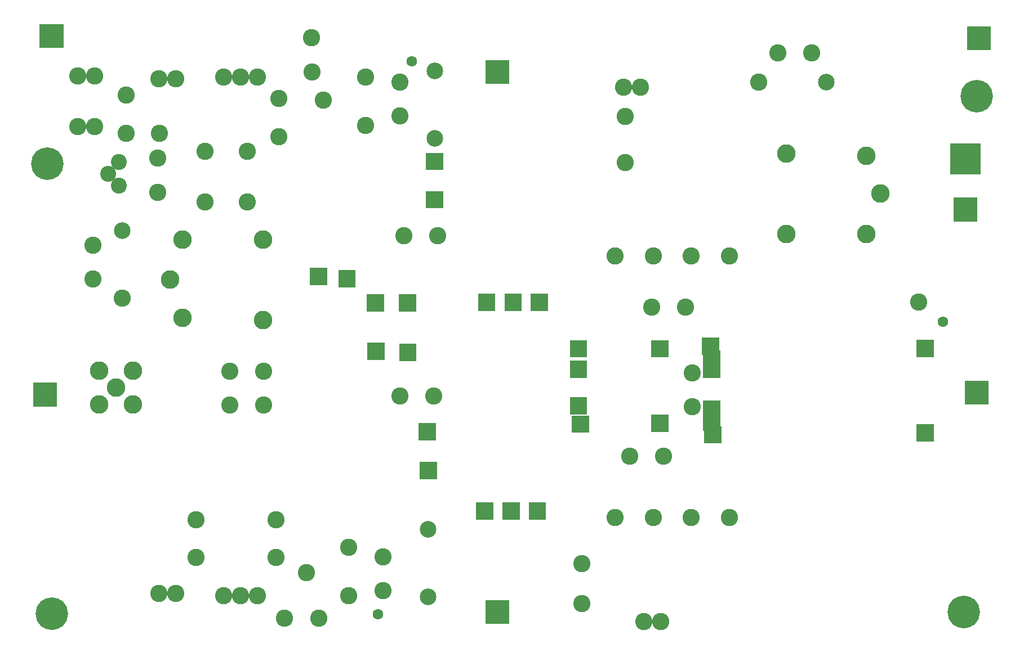
<source format=gbr>
%FSLAX34Y34*%
%MOMM*%
%LNSOLDERMASK_BOTTOM*%
G71*
G01*
%ADD10C,2.800*%
%ADD11C,2.600*%
%ADD12C,2.500*%
%ADD13C,2.400*%
%ADD14C,1.600*%
%ADD15C,4.900*%
%LPD*%
X106156Y407119D02*
G54D10*
D03*
X156956Y407119D02*
G54D10*
D03*
X131556Y381719D02*
G54D10*
D03*
X156956Y356319D02*
G54D10*
D03*
X106156Y356319D02*
G54D10*
D03*
G36*
X612479Y301901D02*
X586479Y301901D01*
X586479Y327901D01*
X612479Y327901D01*
X612479Y301901D01*
G37*
G36*
X715591Y496885D02*
X715591Y522885D01*
X741591Y522885D01*
X741591Y496885D01*
X715591Y496885D01*
G37*
G36*
X755278Y496885D02*
X755278Y522885D01*
X781278Y522885D01*
X781278Y496885D01*
X755278Y496885D01*
G37*
G36*
X675904Y496885D02*
X675904Y522885D01*
X701904Y522885D01*
X701904Y496885D01*
X675904Y496885D01*
G37*
G36*
X588162Y269262D02*
X614162Y269262D01*
X614162Y243262D01*
X588162Y243262D01*
X588162Y269262D01*
G37*
X293092Y848895D02*
G54D11*
D03*
X318492Y848895D02*
G54D11*
D03*
X343892Y848895D02*
G54D11*
D03*
X506574Y775757D02*
G54D11*
D03*
X443074Y813857D02*
G54D11*
D03*
X506574Y848782D02*
G54D11*
D03*
X318492Y848895D02*
G54D11*
D03*
X443074Y813857D02*
G54D11*
D03*
X558231Y841359D02*
G54D11*
D03*
X558343Y790378D02*
G54D11*
D03*
X558343Y790378D02*
G54D11*
D03*
X558343Y790378D02*
G54D11*
D03*
G36*
X597688Y734796D02*
X623688Y734796D01*
X623688Y708796D01*
X597688Y708796D01*
X597688Y734796D01*
G37*
G36*
X623592Y651151D02*
X597592Y651151D01*
X597592Y677151D01*
X623592Y677151D01*
X623592Y651151D01*
G37*
G36*
X557353Y421526D02*
X557353Y447526D01*
X583353Y447526D01*
X583353Y421526D01*
X557353Y421526D01*
G37*
G36*
X556878Y496139D02*
X556878Y522139D01*
X582878Y522139D01*
X582878Y496139D01*
X556878Y496139D01*
G37*
X522252Y436114D02*
G54D11*
D03*
G36*
X508458Y495980D02*
X508458Y521980D01*
X534458Y521980D01*
X534458Y495980D01*
X508458Y495980D01*
G37*
G36*
X448889Y561434D02*
X448889Y535434D01*
X422889Y535434D01*
X422889Y561434D01*
X448889Y561434D01*
G37*
G36*
X491752Y558259D02*
X491752Y532259D01*
X465752Y532259D01*
X465752Y558259D01*
X491752Y558259D01*
G37*
X564529Y610092D02*
G54D11*
D03*
X615510Y609980D02*
G54D11*
D03*
X615510Y609980D02*
G54D11*
D03*
X558178Y368793D02*
G54D11*
D03*
X609159Y368681D02*
G54D11*
D03*
X609159Y368681D02*
G54D11*
D03*
X609159Y368681D02*
G54D11*
D03*
G36*
X962002Y426873D02*
X936002Y426873D01*
X936002Y452873D01*
X962002Y452873D01*
X962002Y426873D01*
G37*
G36*
X839764Y426873D02*
X813764Y426873D01*
X813764Y452873D01*
X839764Y452873D01*
X839764Y426873D01*
G37*
G36*
X962001Y314954D02*
X936001Y314954D01*
X936001Y340954D01*
X962001Y340954D01*
X962001Y314954D01*
G37*
G36*
X842939Y313367D02*
X816939Y313367D01*
X816939Y339367D01*
X842939Y339367D01*
X842939Y313367D01*
G37*
G36*
X712416Y182560D02*
X712416Y208560D01*
X738416Y208560D01*
X738416Y182560D01*
X712416Y182560D01*
G37*
G36*
X752104Y182560D02*
X752104Y208560D01*
X778104Y208560D01*
X778104Y182560D01*
X752104Y182560D01*
G37*
G36*
X672728Y182560D02*
X672728Y208560D01*
X698728Y208560D01*
X698728Y182560D01*
X672728Y182560D01*
G37*
G36*
X1012550Y456562D02*
X1038550Y456562D01*
X1038550Y430562D01*
X1012550Y430562D01*
X1012550Y456562D01*
G37*
G36*
X1015725Y323212D02*
X1041725Y323212D01*
X1041725Y297212D01*
X1015725Y297212D01*
X1015725Y323212D01*
G37*
G36*
X1334812Y453388D02*
X1360812Y453388D01*
X1360812Y427388D01*
X1334812Y427388D01*
X1334812Y453388D01*
G37*
X1347812Y313388D02*
G54D11*
D03*
X997968Y352600D02*
G54D11*
D03*
X998081Y403580D02*
G54D11*
D03*
X998081Y403580D02*
G54D11*
D03*
X998081Y403580D02*
G54D11*
D03*
X882103Y186035D02*
G54D11*
D03*
X939253Y186035D02*
G54D11*
D03*
X996403Y186035D02*
G54D11*
D03*
X1053553Y186035D02*
G54D11*
D03*
X882103Y579735D02*
G54D11*
D03*
X939253Y579735D02*
G54D11*
D03*
X996403Y579735D02*
G54D11*
D03*
X1053553Y579735D02*
G54D11*
D03*
X939253Y186035D02*
G54D11*
D03*
X1053553Y186035D02*
G54D11*
D03*
X939253Y579735D02*
G54D11*
D03*
X1053553Y579735D02*
G54D11*
D03*
X920203Y833741D02*
G54D11*
D03*
X894703Y833741D02*
G54D11*
D03*
X950203Y29041D02*
G54D11*
D03*
X924703Y29041D02*
G54D11*
D03*
G36*
X509252Y449114D02*
X535252Y449114D01*
X535252Y423114D01*
X509252Y423114D01*
X509252Y449114D01*
G37*
X293092Y67813D02*
G54D11*
D03*
X318492Y67813D02*
G54D11*
D03*
X343892Y67813D02*
G54D11*
D03*
X481174Y140951D02*
G54D11*
D03*
X417674Y102851D02*
G54D11*
D03*
X481174Y67926D02*
G54D11*
D03*
X318492Y67813D02*
G54D11*
D03*
X417674Y102851D02*
G54D11*
D03*
X532831Y75350D02*
G54D11*
D03*
X532943Y126330D02*
G54D11*
D03*
X532943Y126330D02*
G54D11*
D03*
X532943Y126330D02*
G54D11*
D03*
G36*
X1334812Y326388D02*
X1360812Y326388D01*
X1360812Y300388D01*
X1334812Y300388D01*
X1334812Y326388D01*
G37*
X221703Y846441D02*
G54D11*
D03*
X196203Y846441D02*
G54D11*
D03*
X221703Y71741D02*
G54D11*
D03*
X196203Y71741D02*
G54D11*
D03*
X140752Y516154D02*
G54D12*
D03*
X140752Y617754D02*
G54D12*
D03*
X97127Y544895D02*
G54D11*
D03*
X97014Y595876D02*
G54D11*
D03*
X97127Y544895D02*
G54D11*
D03*
X140752Y516154D02*
G54D11*
D03*
X135959Y720621D02*
G54D13*
D03*
X120059Y703046D02*
G54D13*
D03*
X135994Y685430D02*
G54D13*
D03*
X194395Y675556D02*
G54D11*
D03*
X194283Y726537D02*
G54D11*
D03*
X265492Y660448D02*
G54D11*
D03*
X265542Y736698D02*
G54D11*
D03*
X328992Y660448D02*
G54D11*
D03*
X329042Y736698D02*
G54D11*
D03*
X73916Y850807D02*
G54D11*
D03*
X99316Y850807D02*
G54D11*
D03*
X73916Y850807D02*
G54D11*
D03*
X302516Y406307D02*
G54D11*
D03*
X353316Y406307D02*
G54D11*
D03*
X302516Y355507D02*
G54D11*
D03*
X353316Y355507D02*
G54D11*
D03*
X302516Y355507D02*
G54D11*
D03*
X353316Y355507D02*
G54D11*
D03*
G36*
X1431682Y702631D02*
X1385682Y702631D01*
X1385682Y748631D01*
X1431682Y748631D01*
X1431682Y702631D01*
G37*
G36*
X1426682Y631431D02*
X1390682Y631431D01*
X1390682Y667431D01*
X1426682Y667431D01*
X1426682Y631431D01*
G37*
X73916Y774607D02*
G54D11*
D03*
X99316Y774607D02*
G54D11*
D03*
X987496Y502796D02*
G54D11*
D03*
X936516Y502684D02*
G54D11*
D03*
X987496Y502796D02*
G54D11*
D03*
X904108Y278417D02*
G54D11*
D03*
X955089Y278530D02*
G54D11*
D03*
X904108Y278417D02*
G54D11*
D03*
G36*
X1410776Y925237D02*
X1446776Y925237D01*
X1446776Y889237D01*
X1410776Y889237D01*
X1410776Y925237D01*
G37*
G36*
X686876Y61637D02*
X722876Y61637D01*
X722876Y25637D01*
X686876Y25637D01*
X686876Y61637D01*
G37*
G36*
X686876Y874437D02*
X722876Y874437D01*
X722876Y838437D01*
X686876Y838437D01*
X686876Y874437D01*
G37*
G36*
X6951Y388987D02*
X42951Y388987D01*
X42951Y352987D01*
X6951Y352987D01*
X6951Y388987D01*
G37*
X1097778Y841185D02*
G54D12*
D03*
X1199378Y841185D02*
G54D12*
D03*
X1126519Y884810D02*
G54D11*
D03*
X1177500Y884922D02*
G54D11*
D03*
X1126519Y884810D02*
G54D11*
D03*
X1097778Y841185D02*
G54D11*
D03*
G36*
X16951Y928412D02*
X52951Y928412D01*
X52951Y892412D01*
X16951Y892412D01*
X16951Y928412D01*
G37*
G36*
X1407601Y391837D02*
X1443601Y391837D01*
X1443601Y355837D01*
X1407601Y355837D01*
X1407601Y391837D01*
G37*
X575939Y872467D02*
G54D14*
D03*
X525139Y40617D02*
G54D14*
D03*
X1374452Y480354D02*
G54D14*
D03*
X34950Y41300D02*
G54D15*
D03*
X28600Y718200D02*
G54D15*
D03*
X1405600Y44000D02*
G54D15*
D03*
X1425600Y819800D02*
G54D15*
D03*
X352450Y483250D02*
G54D10*
D03*
X231800Y486424D02*
G54D10*
D03*
X352450Y603900D02*
G54D10*
D03*
X231800Y603900D02*
G54D10*
D03*
X212591Y543575D02*
G54D10*
D03*
X231800Y486424D02*
G54D11*
D03*
X1138919Y733463D02*
G54D10*
D03*
X1259569Y730289D02*
G54D10*
D03*
X1138919Y612813D02*
G54D10*
D03*
X1259569Y612813D02*
G54D10*
D03*
X1280682Y673138D02*
G54D10*
D03*
X1259569Y612813D02*
G54D11*
D03*
X610752Y756154D02*
G54D12*
D03*
X610752Y857754D02*
G54D12*
D03*
X600752Y66154D02*
G54D12*
D03*
X600752Y167754D02*
G54D12*
D03*
X1337812Y510388D02*
G54D11*
D03*
X896764Y789873D02*
G54D11*
D03*
X896764Y719873D02*
G54D11*
D03*
X832103Y116035D02*
G54D11*
D03*
X832103Y56035D02*
G54D11*
D03*
X146803Y821435D02*
G54D11*
D03*
X146803Y764285D02*
G54D11*
D03*
X196803Y764285D02*
G54D11*
D03*
X251803Y125635D02*
G54D11*
D03*
X251803Y182785D02*
G54D11*
D03*
X251803Y182785D02*
G54D11*
D03*
X376803Y816435D02*
G54D11*
D03*
X376803Y759285D02*
G54D11*
D03*
X376803Y759285D02*
G54D11*
D03*
X425831Y907708D02*
G54D11*
D03*
X425944Y856728D02*
G54D11*
D03*
X436149Y34451D02*
G54D11*
D03*
X385169Y34564D02*
G54D11*
D03*
X385169Y34564D02*
G54D11*
D03*
X385169Y34564D02*
G54D11*
D03*
X371803Y125635D02*
G54D11*
D03*
X371803Y182785D02*
G54D11*
D03*
X371803Y182785D02*
G54D11*
D03*
X425831Y907708D02*
G54D11*
D03*
X146803Y764285D02*
G54D11*
D03*
G36*
X813800Y421900D02*
X839800Y421900D01*
X839800Y395900D01*
X813800Y395900D01*
X813800Y421900D01*
G37*
G36*
X813800Y366900D02*
X839800Y366900D01*
X839800Y340900D01*
X813800Y340900D01*
X813800Y366900D01*
G37*
G36*
X813800Y366900D02*
X839800Y366900D01*
X839800Y340900D01*
X813800Y340900D01*
X813800Y366900D01*
G37*
G36*
X1013800Y436900D02*
X1039800Y436900D01*
X1039800Y410900D01*
X1013800Y410900D01*
X1013800Y436900D01*
G37*
G36*
X1013800Y341900D02*
X1039800Y341900D01*
X1039800Y315900D01*
X1013800Y315900D01*
X1013800Y341900D01*
G37*
G36*
X1013800Y361900D02*
X1039800Y361900D01*
X1039800Y335900D01*
X1013800Y335900D01*
X1013800Y361900D01*
G37*
G36*
X1013800Y421900D02*
X1039800Y421900D01*
X1039800Y395900D01*
X1013800Y395900D01*
X1013800Y421900D01*
G37*
M02*

</source>
